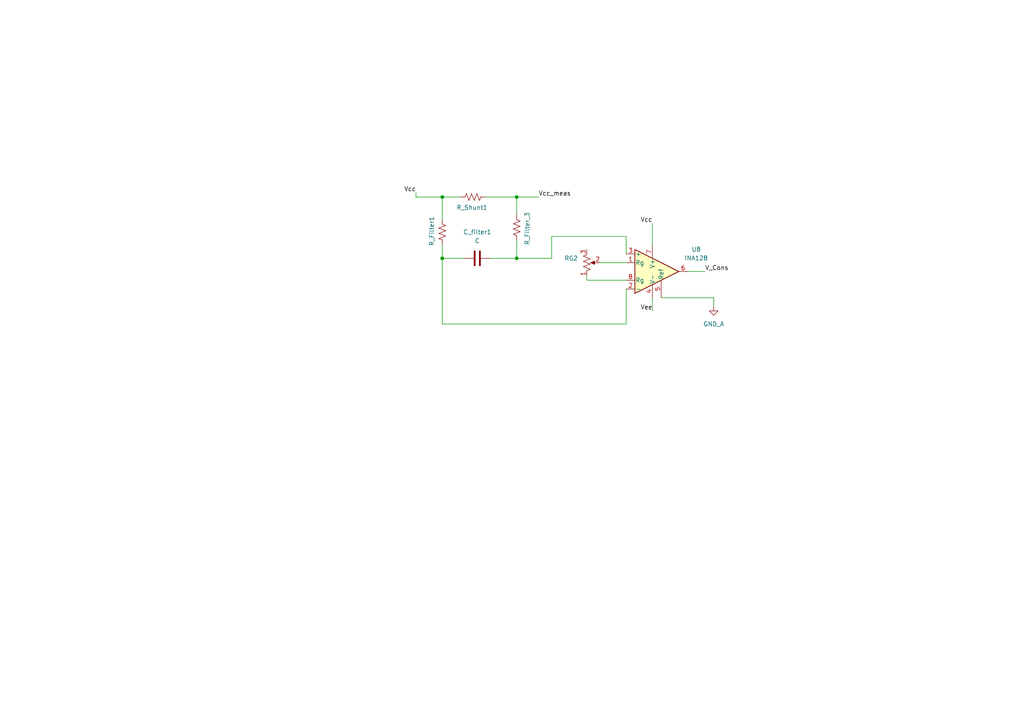
<source format=kicad_sch>
(kicad_sch (version 20250114) (generator "eeschema") (generator_version "9.0")
  (paper "A4")
  (lib_symbols
    (symbol "Amplifier_Instrumentation:INA128" (pin_names (offset 0.127))
      (property "Reference" "U" (at 3.81 3.175 0))
      (property "Value" "INA128" (at 3.81 -3.175 0))
      (symbol "INA128_0_1"
        (polyline (pts (xy 7.62 0) (xy -5.08 6.35) (xy -5.08 -6.35) (xy 7.62 0)) (stroke (width 0.254)) (fill (type background)))
      )
      (symbol "INA128_1_1"
        (pin input line (at -7.62 5.08 0) (length 2.54) (name "+") (number "3"))
        (pin passive line (at -7.62 2.54 0) (length 2.54) (name "Rg") (number "1"))
        (pin passive line (at -7.62 -2.54 0) (length 2.54) (name "Rg") (number "8"))
        (pin input line (at -7.62 -5.08 0) (length 2.54) (name "-") (number "2"))
        (pin power_in line (at 0 7.62 270) (length 3.81) (name "V+") (number "7"))
        (pin power_in line (at 0 -7.62 90) (length 3.81) (name "V-") (number "4"))
        (pin input line (at 2.54 -7.62 90) (length 5.08) (name "Ref") (number "5"))
        (pin output line (at 10.16 0 180) (length 2.54) (name "~") (number "6"))
      )
    )
    (symbol "Device:C" (pin_numbers (hide yes)) (pin_names (offset 0.254))
      (property "Reference" "C" (at 0.635 2.54 0))
      (property "Value" "C" (at 0.635 -2.54 0))
      (symbol "C_0_1"
        (polyline (pts (xy -2.032 0.762) (xy 2.032 0.762)) (stroke (width 0.508)))
        (polyline (pts (xy -2.032 -0.762) (xy 2.032 -0.762)) (stroke (width 0.508)))
      )
      (symbol "C_1_1"
        (pin passive line (at 0 3.81 270) (length 2.794) (name "~") (number "1"))
        (pin passive line (at 0 -3.81 90) (length 2.794) (name "~") (number "2"))
      )
    )
    (symbol "Device:R_Potentiometer_US" (pin_names (offset 1.016) (hide yes))
      (property "Reference" "RV" (at -4.445 0 90))
      (property "Value" "R_Potentiometer_US" (at -2.54 0 90))
      (symbol "R_Potentiometer_US_0_1"
        (polyline (pts (xy 0 2.54) (xy 0 2.286)))
        (polyline (pts (xy 0 2.286) (xy 1.016 1.905) (xy 0 1.524) (xy -1.016 1.143) (xy 0 0.762)))
        (polyline (pts (xy 0 0.762) (xy 1.016 0.381) (xy 0 0) (xy -1.016 -0.381) (xy 0 -0.762)))
        (polyline (pts (xy 0 -0.762) (xy 1.016 -1.143) (xy 0 -1.524) (xy -1.016 -1.905) (xy 0 -2.286)))
        (polyline (pts (xy 0 -2.286) (xy 0 -2.54)))
        (polyline (pts (xy 1.143 0) (xy 2.286 0.508) (xy 2.286 -0.508) (xy 1.143 0)) (fill (type outline)))
        (polyline (pts (xy 2.54 0) (xy 1.524 0)))
      )
      (symbol "R_Potentiometer_US_1_1"
        (pin passive line (at 0 3.81 270) (length 1.27) (name "1") (number "1"))
        (pin passive line (at 0 -3.81 90) (length 1.27) (name "3") (number "3"))
        (pin passive line (at 3.81 0 180) (length 1.27) (name "2") (number "2"))
      )
    )
    (symbol "Device:R_US" (pin_numbers (hide yes)) (pin_names (offset 0))
      (property "Reference" "R" (at 2.54 0 90))
      (property "Value" "R_US" (at -2.54 0 90))
      (symbol "R_US_0_1"
        (polyline (pts (xy 0 2.286) (xy 0 2.54)))
        (polyline (pts (xy 0 2.286) (xy 1.016 1.905) (xy 0 1.524) (xy -1.016 1.143) (xy 0 0.762)))
        (polyline (pts (xy 0 0.762) (xy 1.016 0.381) (xy 0 0) (xy -1.016 -0.381) (xy 0 -0.762)))
        (polyline (pts (xy 0 -0.762) (xy 1.016 -1.143) (xy 0 -1.524) (xy -1.016 -1.905) (xy 0 -2.286)))
        (polyline (pts (xy 0 -2.286) (xy 0 -2.54)))
      )
      (symbol "R_US_1_1"
        (pin passive line (at 0 3.81 270) (length 1.27) (name "~") (number "1"))
        (pin passive line (at 0 -3.81 90) (length 1.27) (name "~") (number "2"))
      )
    )
    (symbol "power:GNDA" (power) (pin_numbers (hide yes)) (pin_names (offset 0) (hide yes))
      (property "Value" "GNDA" (at 0 -3.81 0))
      (symbol "GNDA_0_1"
        (polyline (pts (xy 0 0) (xy 0 -1.27) (xy 1.27 -1.27) (xy 0 -2.54) (xy -1.27 -1.27) (xy 0 -1.27)))
      )
      (symbol "GNDA_1_1"
        (pin power_in line (at 0 0 270) (length 0) (name "~") (number "1"))
      )
    )
  )
  (junction (at 149.86 57.15))
  (junction (at 128.27 74.93))
  (junction (at 128.27 57.15))
  (junction (at 149.86 74.93))
  (wire (pts (xy 133.35 57.15) (xy 128.27 57.15)))
  (wire (pts (xy 149.86 57.15) (xy 156.21 57.15)))
  (wire (pts (xy 199.39 78.74) (xy 204.47 78.74)))
  (wire (pts (xy 189.23 86.36) (xy 189.23 90.17)))
  (wire (pts (xy 207.01 86.36) (xy 191.77 86.36)))
  (wire (pts (xy 140.97 57.15) (xy 149.86 57.15)))
  (wire (pts (xy 128.27 57.15) (xy 128.27 63.5)))
  (wire (pts (xy 173.99 76.2) (xy 181.61 76.2)))
  (wire (pts (xy 160.02 74.93) (xy 160.02 68.58)))
  (wire (pts (xy 120.65 57.15) (xy 120.65 55.88)))
  (wire (pts (xy 128.27 93.98) (xy 181.61 93.98)))
  (wire (pts (xy 181.61 81.28) (xy 170.18 81.28)))
  (wire (pts (xy 149.86 74.93) (xy 142.24 74.93)))
  (wire (pts (xy 207.01 88.9) (xy 207.01 86.36)))
  (wire (pts (xy 181.61 93.98) (xy 181.61 83.82)))
  (wire (pts (xy 128.27 74.93) (xy 128.27 93.98)))
  (wire (pts (xy 149.86 69.85) (xy 149.86 74.93)))
  (wire (pts (xy 189.23 64.77) (xy 189.23 71.12)))
  (wire (pts (xy 128.27 71.12) (xy 128.27 74.93)))
  (wire (pts (xy 160.02 68.58) (xy 181.61 68.58)))
  (wire (pts (xy 128.27 74.93) (xy 134.62 74.93)))
  (wire (pts (xy 181.61 68.58) (xy 181.61 73.66)))
  (wire (pts (xy 149.86 57.15) (xy 149.86 62.23)))
  (wire (pts (xy 149.86 74.93) (xy 160.02 74.93)))
  (wire (pts (xy 128.27 57.15) (xy 120.65 57.15)))
  (wire (pts (xy 170.18 81.28) (xy 170.18 80.01)))
  (label "Vee" (at 189.23 90.17 180))
  (label "Vcc" (at 120.65 55.88 180))
  (label "V_Cons" (at 204.47 78.74 0))
  (label "Vcc" (at 189.23 64.77 180))
  (label "Vcc_meas" (at 156.21 57.15 0))
  (symbol (lib_id "power:GNDA") (at 207.01 88.9 0) (unit 1)
    (property "Reference" "#PWR07" (effects (hide yes)))
    (property "Value" "GND_A" (at 207.01 93.98 0))
    (property "Description" "Power symbol creates a global label with name \"GNDA\" , analog ground" (effects (hide yes)))
  )
  (symbol (lib_id "Device:R_US") (at 149.86 66.04 0) (unit 1)
    (property "Reference" "R_Filter_3" (at 152.908 66.294 90))
    (property "Value" "R_US" (effects (hide yes)))
    (property "Description" "Resistor, US symbol" (effects (hide yes)))
  )
  (symbol (lib_id "Device:C") (at 138.43 74.93 90) (unit 1)
    (property "Reference" "C_filter1" (at 138.43 67.31 90))
    (property "Value" "C" (at 138.43 69.85 90))
    (property "Description" "Unpolarized capacitor" (effects (hide yes)))
  )
  (symbol (lib_id "Device:R_US") (at 137.16 57.15 270) (unit 1)
    (property "Reference" "R_Shunt1" (at 136.906 60.198 90))
    (property "Value" "R_US" (effects (hide yes)))
    (property "Description" "Resistor, US symbol" (effects (hide yes)))
  )
  (symbol (lib_id "Device:R_Potentiometer_US") (at 170.18 76.2 0) (mirror x) (unit 1)
    (property "Reference" "RG2" (at 167.64 74.9299 0) (effects (justify right)))
    (property "Value" "R_Potentiometer_US" (effects (hide yes)))
    (property "Description" "Potentiometer, US symbol" (effects (hide yes)))
  )
  (symbol (lib_id "Device:R_US") (at 128.27 67.31 180) (unit 1)
    (property "Reference" "R_Filter1" (at 125.222 67.056 90))
    (property "Value" "R_US" (effects (hide yes)))
    (property "Description" "Resistor, US symbol" (effects (hide yes)))
  )
  (symbol (lib_id "Amplifier_Instrumentation:INA128") (at 189.23 78.74 0) (unit 1)
    (property "Reference" "U8" (at 201.93 72.3198 0))
    (property "Value" "INA128" (at 201.93 74.8598 0))
    (property "Datasheet" "http://www.ti.com/lit/ds/symlink/ina128.pdf" (effects (hide yes)))
    (property "Description" "Precision, Low Power Instrumentation Amplifier G = 1 + 50kOhm/Rg, DIP-8/SOIC-8" (effects (hide yes)))
  )
)
</source>
